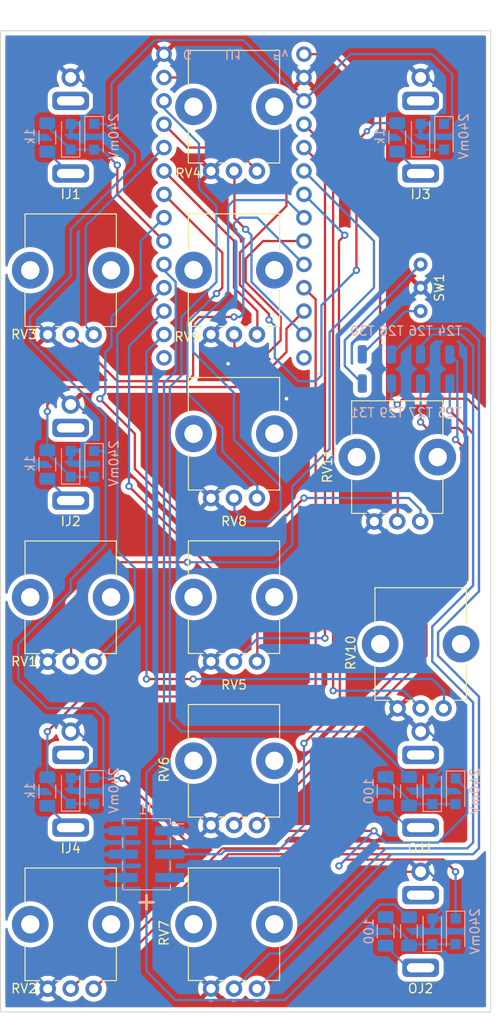
<source format=kicad_pcb>
(kicad_pcb (version 20211014) (generator pcbnew)
  (title_block (comment 4 "AISLER Project ID: QEJWOWTA"))
  (layers (0 "F.Cu" signal) (31 "B.Cu" signal) (34 "B.Paste" user) (35 "F.Paste" user) (36 "B.SilkS" user "B.Silkscreen") (37 "F.SilkS" user "F.Silkscreen") (38 "B.Mask" user) (39 "F.Mask" user) (44 "Edge.Cuts" user))
  (net 0 "")
  (net 1 "/T7")
  (net 2 "GND")
  (net 3 "+3.3V")
  (net 4 "/T15")
  (net 5 "/T16")
  (net 6 "/Attack_Time_Mod_In/Switch")
  (net 7 "Net-(IJ1-PadT)")
  (net 8 "Net-(OD1-Pad1)")
  (net 9 "/Output/Switch")
  (net 10 "Net-(OJ1-PadT)")
  (net 11 "/T1")
  (net 12 "/Decay_Time_Mod_In/Switch")
  (net 13 "/T8")
  (net 14 "/T9")
  (net 15 "/T21")
  (net 16 "/T29")
  (net 17 "/T25")
  (net 18 "/T3")
  (net 19 "/T17")
  (net 20 "/T2")
  (net 21 "/T14")
  (net 22 "/T10")
  (net 23 "/T22")
  (net 24 "/T27")
  (net 25 "/T24")
  (net 26 "/T28")
  (net 27 "/T26")
  (net 28 "/T5")
  (net 29 "/T19")
  (net 30 "/T4")
  (net 31 "/T18")
  (net 32 "/T11")
  (net 33 "/T23")
  (net 34 "/T6")
  (net 37 "/T20")
  (net 38 "+5V")
  (net 39 "/T31")
  (net 40 "/T30")
  (net 41 "/Trigger_In/Switch")
  (net 42 "Net-(IJ2-PadT)")
  (net 43 "/Release_Time_Mod_In/Switch")
  (net 44 "Net-(IJ3-PadT)")
  (net 45 "/Inverted_Output/Switch")
  (net 46 "Net-(IJ4-PadT)")
  (net 47 "Net-(OD3-Pad1)")
  (net 48 "/T0")
  (net 49 "Net-(OJ2-PadT)")
  (footprint "Potentiometer:Bourns_PTV09A-4020UB103" (layer "F.Cu") (at 114.3 88.9)
    (fp_text reference "RV11")
    (fp_text value "Sustain_Offset")
  )
  (footprint "Potentiometer:Bourns_PTV09A-4020UB103" (layer "F.Cu") (at 116.84 109.22)
    (fp_text reference "RV10")
    (fp_text value "Output_Scale")
  )
  (footprint "Potentiometer:Bourns_PTV09A-4020UB103" (layer "F.Cu") (at 78.74 139.7)
    (fp_text reference "RV2")
    (fp_text value "Release_Time_Mod_Scale")
  )
  (footprint "Potentiometer:Bourns_PTV09A-4020UB103" (layer "F.Cu") (at 96.52 121.92)
    (fp_text reference "RV6")
    (fp_text value "Release_Slope")
  )
  (footprint "Perfboard:3.5mm Jack Perfboard" (layer "F.Cu") (at 78.74 45.72)
    (fp_text reference "IJ1")
    (fp_text value "Input")
  )
  (footprint "Perfboard:3.5mm Jack Perfboard" (layer "F.Cu") (at 116.84 116.84)
    (fp_text reference "OJ1")
    (fp_text value "Input")
  )
  (footprint "Potentiometer:Bourns_PTV09A-4025FB103" (layer "F.Cu") (at 96.52 104.14)
    (fp_text reference "RV5")
    (fp_text value "Decay_Time_Offset")
  )
  (footprint "Potentiometer:Bourns_PTV09A-4020UB103" (layer "F.Cu") (at 96.52 86.36)
    (fp_text reference "RV8")
    (fp_text value "Decay_Slope")
  )
  (footprint "Perfboard:3.5mm Jack Perfboard" (layer "F.Cu") (at 78.74 116.84)
    (fp_text reference "IJ4")
    (fp_text value "Input")
  )
  (footprint "Potentiometer:Bourns_PTV09A-4025FB103" (layer "F.Cu") (at 96.52 68.58)
    (fp_text reference "RV9")
    (fp_text value "Attack_Time_Offset")
  )
  (footprint "Perfboard:3.5mm Jack Perfboard" (layer "F.Cu") (at 78.74 81.28)
    (fp_text reference "IJ2")
    (fp_text value "Input")
  )
  (footprint "Potentiometer:Bourns_PTV09A-4025FB103" (layer "F.Cu") (at 96.52 139.7)
    (fp_text reference "RV7")
    (fp_text value "Release_Time_Offset")
  )
  (footprint "Potentiometer:Bourns_PTV09A-4020UB103" (layer "F.Cu") (at 78.74 68.58)
    (fp_text reference "RV3")
    (fp_text value "Attack_Time_Mod_Scale")
  )
  (footprint "Potentiometer:Bourns_PTV09A-4020UB103" (layer "F.Cu") (at 78.74 104.14)
    (fp_text reference "RV1")
    (fp_text value "Decay_Time_Mod_Scale")
  )
  (footprint "Perfboard:3.5mm Jack Perfboard" (layer "F.Cu") (at 116.84 45.72)
    (fp_text reference "IJ3")
    (fp_text value "Input")
  )
  (footprint "Toggle:Miniature SPDT Toggle" (layer "F.Cu") (at 119.38 63.5 90)
    (fp_text reference "SW1")
    (fp_text value "Mode_Switch")
  )
  (footprint "Perfboard:3.5mm Jack Perfboard" (layer "F.Cu") (at 116.84 132.08)
    (fp_text reference "OJ2")
    (fp_text value "Input")
  )
  (footprint "Potentiometer:Bourns_PTV09A-4020UB103" (layer "F.Cu") (at 96.52 50.8)
    (fp_text reference "RV4")
    (fp_text value "Attack_Slope")
  )
  (footprint "Resistor_SMD:R_1206_3216Metric_Pad1.30x1.75mm_HandSolder" (layer "B.Cu") (at 76.2 47.148875 90)
    (fp_text reference "IR1" hide)
    (fp_text value "1k")
  )
  (footprint "Resistor_SMD:R_1206_3216Metric_Pad1.30x1.75mm_HandSolder" (layer "B.Cu") (at 76.2 82.708875 90)
    (fp_text reference "IR2" hide)
    (fp_text value "1k")
  )
  (footprint "Diode_SMD:D_SOD-123F" (layer "B.Cu") (at 118.11 133.48 90)
    (fp_text reference "OD3" hide)
    (fp_text value "240mV" hide)
  )
  (footprint "Diode_SMD:D_SOD-123F" (layer "B.Cu") (at 81.28 82.641875 -90)
    (fp_text reference "ID4" hide)
    (fp_text value "240mV")
  )
  (footprint "Diode_SMD:D_SOD-123F" (layer "B.Cu") (at 78.74 47.081875 90)
    (fp_text reference "ID1" hide)
    (fp_text value "240mV")
  )
  (footprint "Diode_SMD:D_SOD-123F" (layer "B.Cu") (at 78.74 118.201875 90)
    (fp_text reference "ID7" hide)
    (fp_text value "240mV")
  )
  (footprint "Resistor_SMD:R_1206_3216Metric_Pad1.30x1.75mm_HandSolder" (layer "B.Cu") (at 115.57 133.48 90)
    (fp_text reference "OR4" hide)
    (fp_text value "900" hide)
  )
  (footprint "Diode_SMD:D_SOD-123F" (layer "B.Cu") (at 81.28 118.201875 -90)
    (fp_text reference "ID8" hide)
    (fp_text value "240mV")
  )
  (footprint "Diode_SMD:D_SOD-123F" (layer "B.Cu") (at 81.28 47.081875 -90)
    (fp_text reference "ID2" hide)
    (fp_text value "240mV")
  )
  (footprint "Resistor_SMD:R_1206_3216Metric_Pad1.30x1.75mm_HandSolder" (layer "B.Cu") (at 76.2 118.268875 90)
    (fp_text reference "IR4" hide)
    (fp_text value "1k")
  )
  (footprint "Teensy:Teensy 4.0 horizontal" (layer "B.Cu") (at 96.52 35.56)
    (fp_text reference "U1")
    (fp_text value "Teensy4.0")
  )
  (footprint "Resistor_SMD:R_1206_3216Metric_Pad1.30x1.75mm_HandSolder" (layer "B.Cu") (at 113.03 118.24 90)
    (fp_text reference "OR1" hide)
    (fp_text value "100")
  )
  (footprint "Diode_SMD:D_SOD-123F" (layer "B.Cu") (at 120.65 133.48 -90)
    (fp_text reference "OD4" hide)
    (fp_text value "240mV")
  )
  (footprint "Resistor_SMD:R_1206_3216Metric_Pad1.30x1.75mm_HandSolder" (layer "B.Cu") (at 115.57 118.24 90)
    (fp_text reference "OR2" hide)
    (fp_text value "900" hide)
  )
  (footprint "Resistor_SMD:R_1206_3216Metric_Pad1.30x1.75mm_HandSolder" (layer "B.Cu") (at 113.03 133.48 90)
    (fp_text reference "OR3" hide)
    (fp_text value "100")
  )
  (footprint "Teensy:Teensy 4.0 back pins" (layer "B.Cu") (at 114.935 72.39 -90)
    (fp_text reference "U1" hide)
    (fp_text value "Teensy4.0" hide)
  )
  (footprint "Diode_SMD:D_SOD-123F" (layer "B.Cu") (at 118.11 118.24 90)
    (fp_text reference "OD1" hide)
    (fp_text value "240mV" hide)
  )
  (footprint "Diode_SMD:D_SOD-123F" (layer "B.Cu") (at 78.74 82.641875 90)
    (fp_text reference "ID3" hide)
    (fp_text value "240mV")
  )
  (footprint "Diode_SMD:D_SOD-123F" (layer "B.Cu") (at 116.84 47.081875 90)
    (fp_text reference "ID5" hide)
    (fp_text value "240mV")
  )
  (footprint "Diode_SMD:D_SOD-123F" (layer "B.Cu") (at 119.38 47.081875 -90)
    (fp_text reference "ID6" hide)
    (fp_text value "240mV")
  )
  (footprint "Diode_SMD:D_SOD-123F" (layer "B.Cu") (at 120.65 118.24 -90)
    (fp_text reference "OD2" hide)
    (fp_text value "240mV")
  )
  (footprint "Resistor_SMD:R_1206_3216Metric_Pad1.30x1.75mm_HandSolder" (layer "B.Cu") (at 114.3 47.148875 90)
    (fp_text reference "IR3" hide)
    (fp_text value "1k")
  )
  (footprint "Connector_PinHeader_2.54mm:PinHeader_2x03_P2.54mm_Vertical_SMD" (layer "B.Cu") (at 86.995 125.095 180)
    (fp_text reference "J1")
    (fp_text value "Power_Connector_2x3")
  )
  (gr_line (start 71.12 38.1) (end 71.12 35.56) (layer "Edge.Cuts") (width 0.1))
  (gr_line (start 124.46 142.24) (end 71.12 142.24) (layer "Edge.Cuts") (width 0.1))
  (gr_line (start 71.12 142.24) (end 71.12 38.1) (layer "Edge.Cuts") (width 0.1))
  (gr_line (start 124.46 35.56) (end 124.46 142.24) (layer "Edge.Cuts") (width 0.1))
  (gr_line (start 71.12 35.56) (end 124.46 35.56) (layer "Edge.Cuts") (width 0.1))
  (gr_text "+" (at 86.995 130.175) (layer "B.SilkS") (effects (font (size 2 2) (thickness 0.3)) (justify mirror)))
  (segment (start 88.9 58.42) (end 83.82 53.34) (width 0.25) (layer "F.Cu") (net 1))
  (segment (start 83.82 53.34) (end 83.82 50.165) (width 0.25) (layer "F.Cu") (net 1))
  (via (at 83.82 50.165) (size 0.8) (drill 0.4) (layers "F.Cu" "B.Cu") (net 1))
  (segment (start 76.2 45.598875) (end 76.2 45.941875) (width 0.25) (layer "B.Cu") (net 1))
  (segment (start 82.136875 48.481875) (end 81.28 48.481875) (width 0.25) (layer "B.Cu") (net 1))
  (segment (start 76.2 45.941875) (end 78.74 48.481875) (width 0.25) (layer "B.Cu") (net 1))
  (segment (start 78.74 48.481875) (end 81.28 48.481875) (width 0.25) (layer "B.Cu") (net 1))
  (segment (start 83.82 50.165) (end 82.136875 48.481875) (width 0.25) (layer "B.Cu") (net 1))
  (segment (start 116.84 127) (end 115.316 127) (width 0.25) (layer "F.Cu") (net 2))
  (via (at 95.885 71.755) (size 0.8) (drill 0.4) (layers "F.Cu" "B.Cu") (net 2))
  (via (at 102.235 75.565) (size 0.8) (drill 0.4) (layers "F.Cu" "B.Cu") (net 2))
  (segment (start 81.28 77.978) (end 79.502 76.2) (width 0.25) (layer "B.Cu") (net 2))
  (segment (start 118.11 132.08) (end 118.12 132.08) (width 0.25) (layer "B.Cu") (net 2))
  (segment (start 117.74 127) (end 116.84 127) (width 0.25) (layer "B.Cu") (net 2))
  (segment (start 116.84 45.681875) (end 117.64 45.681875) (width 0.25) (layer "B.Cu") (net 2))
  (segment (start 117.74 111.76) (end 116.84 111.76) (width 0.25) (layer "B.Cu") (net 2))
  (segment (start 79.502 111.76) (end 78.74 111.76) (width 0.25) (layer "B.Cu") (net 2))
  (segment (start 81.28 42.418) (end 79.502 40.64) (width 0.25) (layer "B.Cu") (net 2))
  (segment (start 118.12 132.08) (end 119.52 130.68) (width 0.25) (layer "B.Cu") (net 2))
  (segment (start 79.54 81.241875) (end 81.28 79.501875) (width 0.25) (layer "B.Cu") (net 2))
  (segment (start 81.28 79.501875) (end 81.28 77.978) (width 0.25) (layer "B.Cu") (net 2))
  (segment (start 79.502 76.2) (end 78.74 76.2) (width 0.25) (layer "B.Cu") (net 2))
  (segment (start 79.54 45.681875) (end 81.28 43.941875) (width 0.25) (layer "B.Cu") (net 2))
  (segment (start 79.54 116.801875) (end 81.28 115.061875) (width 0.25) (layer "B.Cu") (net 2))
  (segment (start 78.74 81.241875) (end 79.54 81.241875) (width 0.25) (layer "B.Cu") (net 2))
  (segment (start 118.12 116.84) (end 119.52 115.44) (width 0.25) (layer "B.Cu") (net 2))
  (segment (start 81.28 115.061875) (end 81.28 113.538) (width 0.25) (layer "B.Cu") (net 2))
  (segment (start 119.38 43.941875) (end 119.38 42.418) (width 0.25) (layer "B.Cu") (net 2))
  (segment (start 119.38 42.418) (end 117.602 40.64) (width 0.25) (layer "B.Cu") (net 2))
  (segment (start 81.28 43.941875) (end 81.28 42.418) (width 0.25) (layer "B.Cu") (net 2))
  (segment (start 78.74 116.801875) (end 79.54 116.801875) (width 0.25) (layer "B.Cu") (net 2))
  (segment (start 119.52 115.44) (end 119.52 113.54) (width 0.25) (layer "B.Cu") (net 2))
  (segment (start 81.28 113.538) (end 79.502 111.76) (width 0.25) (layer "B.Cu") (net 2))
  (segment (start 118.11 116.84) (end 118.12 116.84) (width 0.25) (layer "B.Cu") (net 2))
  (segment (start 78.74 45.681875) (end 79.54 45.681875) (width 0.25) (layer "B.Cu") (net 2))
  (segment (start 119.52 113.54) (end 117.74 111.76) (width 0.25) (layer "B.Cu") (net 2))
  (segment (start 117.602 40.64) (end 116.84 40.64) (width 0.25) (layer "B.Cu") (net 2))
  (segment (start 79.502 40.64) (end 78.74 40.64) (width 0.25) (layer "B.Cu") (net 2))
  (segment (start 117.64 45.681875) (end 119.38 43.941875) (width 0.25) (layer "B.Cu") (net 2))
  (segment (start 119.52 128.78) (end 117.74 127) (width 0.25) (layer "B.Cu") (net 2))
  (segment (start 119.52 130.68) (end 119.52 128.78) (width 0.25) (layer "B.Cu") (net 2))
  (segment (start 91.44 123.825) (end 100.965 123.825) (width 0.25) (layer "F.Cu") (net 3))
  (segment (start 100.965 123.825) (end 102.235 122.555) (width 0.25) (layer "F.Cu") (net 3))
  (segment (start 119.325 125.675) (end 108.64 125.675) (width 0.25) (layer "F.Cu") (net 3))
  (segment (start 84.455 116.84) (end 91.44 123.825) (width 0.25) (layer "F.Cu") (net 3))
  (segment (start 102.235 122.555) (end 111.76 122.555) (width 0.25) (layer "F.Cu") (net 3))
  (segment (start 108.64 125.675) (end 107.95 126.365) (width 0.25) (layer "F.Cu") (net 3))
  (segment (start 84.328 116.84) (end 84.455 116.84) (width 0.25) (layer "F.Cu") (net 3))
  (segment (start 120.65 127) (end 119.325 125.675) (width 0.25) (layer "F.Cu") (net 3))
  (via (at 111.76 122.555) (size 0.8) (drill 0.4) (layers "F.Cu" "B.Cu") (net 3))
  (via (at 84.328 116.84) (size 0.8) (drill 0.4) (layers "F.Cu" "B.Cu") (net 3))
  (via (at 120.65 127) (size 0.8) (drill 0.4) (layers "F.Cu" "B.Cu") (net 3))
  (via (at 107.95 126.365) (size 0.8) (drill 0.4) (layers "F.Cu" "B.Cu") (net 3))
  (segment (start 120.65 127) (end 120.65 132.08) (width 0.25) (layer "B.Cu") (net 3))
  (segment (start 83.185 41.275) (end 83.185 46.355) (width 0.25) (layer "B.Cu") (net 3))
  (segment (start 82.511875 45.681875) (end 81.28 45.681875) (width 0.25) (layer "B.Cu") (net 3))
  (segment (start 82.511875 81.241875) (end 82.55 81.28) (width 0.25) (layer "B.Cu") (net 3))
  (segment (start 84.289875 116.801875) (end 83.273875 116.801875) (width 0.25) (layer "B.Cu") (net 3))
  (segment (start 83.185 46.355) (end 85.725 48.895) (width 0.25) (layer "B.Cu") (net 3))
  (segment (start 82.296 115.824) (end 83.058 116.586) (width 0.25) (layer "B.Cu") (net 3))
  (segment (start 85.725 50.165) (end 78.74 57.15) (width 0.25) (layer "B.Cu") (net 3))
  (segment (start 82.55 81.534) (end 82.55 91.44) (width 0.25) (layer "B.Cu") (net 3))
  (segment (start 74.295 66.675) (end 74.295 69.215) (width 0.25) (layer "B.Cu") (net 3))
  (segment (start 78.74 62.23) (end 74.295 66.675) (width 0.25) (layer "B.Cu") (net 3))
  (segment (start 74.295 69.215) (end 82.55 77.47) (width 0.25) (layer "B.Cu") (net 3))
  (segment (start 78.74 95.25) (end 78.74 96.52) (width 0.25) (layer "B.Cu") (net 3))
  (segment (start 78.74 57.15) (end 78.74 62.23) (width 0.25) (layer "B.Cu") (net 3))
  (segment (start 121.92 118.11) (end 120.65 116.84) (width 0.25) (layer "B.Cu") (net 3))
  (segment (start 73.025 102.235) (end 73.025 106.045) (width 0.25) (layer "B.Cu") (net 3))
  (segment (start 113.03 123.825) (end 118.745 123.825) (width 0.25) (layer "B.Cu") (net 3))
  (segment (start 82.257875 81.241875) (end 82.511875 81.241875) (width 0.25) (layer "B.Cu") (net 3))
  (segment (start 82.842125 116.801875) (end 81.28 116.801875) (width 0.25) (layer "B.Cu") (net 3))
  (segment (start 97.536 36.576) (end 87.884 36.576) (width 0.25) (layer "B.Cu") (net 3))
  (segment (start 104.14 43.18) (end 97.536 36.576) (width 0.25) (layer "B.Cu") (net 3))
  (segment (start 82.55 81.534) (end 82.257875 81.241875) (width 0.25) (layer "B.Cu") (net 3))
  (segment (start 73.025 106.045) (end 76.2 109.22) (width 0.25) (layer "B.Cu") (net 3))
  (segment (start 82.257875 81.241875) (end 82.334125 81.241875) (width 0.25) (layer "B.Cu") (net 3))
  (segment (start 83.185 46.355) (end 82.511875 45.681875) (width 0.25) (layer "B.Cu") (net 3))
  (segment (start 118.745 123.825) (end 121.92 120.65) (width 0.25) (layer "B.Cu") (net 3))
  (segment (start 82.296 110.236) (end 82.296 115.824) (width 0.25) (layer "B.Cu") (net 3))
  (segment (start 121.92 120.65) (end 121.92 118.11) (width 0.25) (layer "B.Cu") (net 3))
  (segment (start 85.725 48.895) (end 85.725 50.165) (width 0.25) (layer "B.Cu") (net 3))
  (segment (start 81.28 81.241875) (end 82.257875 81.241875) (width 0.25) (layer "B.Cu") (net 3))
  (segment (start 83.058 116.586) (end 83.273875 116.801875) (width 0.25) (layer "B.Cu") (net 3))
  (segment (start 111.76 122.555) (end 113.03 123.825) (width 0.25) (layer "B.Cu") (net 3))
  (segment (start 84.328 116.84) (end 84.289875 116.801875) (width 0.25) (layer "B.Cu") (net 3))
  (segment (start 109.22 38.1) (end 104.14 43.18) (width 0.25) (layer "B.Cu") (net 3))
  (segment (start 87.884 36.576) (end 83.185 41.275) (width 0.25) (layer "B.Cu") (net 3))
  (segment (start 118.11 38.1) (end 109.22 38.1) (width 0.25) (layer "B.Cu") (net 3))
  (segment (start 120.269 40.259) (end 118.11 38.1) (width 0.25) (layer "B.Cu") (net 3))
  (segment (start 119.38 45.681875) (end 119.418125 45.681875) (width 0.25) (layer "B.Cu") (net 3))
  (segment (start 78.74 96.52) (end 73.025 102.235) (width 0.25) (layer "B.Cu") (net 3))
  (segment (start 83.273875 116.801875) (end 82.842125 116.801875) (width 0.25) (layer "B.Cu") (net 3))
  (segment (start 82.55 81.026) (end 82.55 81.28) (width 0.25) (layer "B.Cu") (net 3))
  (segment (start 82.55 77.47) (end 82.55 81.026) (width 0.25) (layer "B.Cu") (net 3))
  (segment (start 81.28 109.22) (end 82.296 110.236) (width 0.25) (layer "B.Cu") (net 3))
  (segment (start 82.334125 81.241875) (end 82.55 81.026) (width 0.25) (layer "B.Cu") (net 3))
  (segment (start 111.76 122.555) (end 107.95 126.365) (width 0.25) (layer "B.Cu") (net 3))
  (segment (start 119.418125 45.681875) (end 120.269 44.831) (width 0.25) (layer "B.Cu") (net 3))
  (segment (start 82.55 81.28) (end 82.55 81.534) (width 0.25) (layer "B.Cu") (net 3))
  (segment (start 82.55 91.44) (end 78.74 95.25) (width 0.25) (layer "B.Cu") (net 3))
  (segment (start 76.2 109.22) (end 81.28 109.22) (width 0.25) (layer "B.Cu") (net 3))
  (segment (start 83.058 116.586) (end 82.842125 116.801875) (width 0.25) (layer "B.Cu") (net 3))
  (segment (start 120.269 44.831) (end 120.269 40.259) (width 0.25) (layer "B.Cu") (net 3))
  (segment (start 76.2 76.2) (end 78.105 74.295) (width 0.25) (layer "F.Cu") (net 4))
  (segment (start 102.235 67.945) (end 104.14 66.04) (width 0.25) (layer "F.Cu") (net 4))
  (segment (start 76.2 76.952167) (end 76.2 76.2) (width 0.25) (layer "F.Cu") (net 4))
  (segment (start 98.425001 74.295) (end 102.235 70.485001) (width 0.25) (layer "F.Cu") (net 4))
  (segment (start 78.105 74.295) (end 98.425001 74.295) (width 0.25) (layer "F.Cu") (net 4))
  (segment (start 102.235 70.485001) (end 102.235 67.945) (width 0.25) (layer "F.Cu") (net 4))
  (via (at 76.2 76.952167) (size 0.8) (drill 0.4) (layers "F.Cu" "B.Cu") (net 4))
  (segment (start 76.2 76.952167) (end 76.2 81.158875) (width 0.25) (layer "B.Cu") (net 4))
  (segment (start 76.2 81.158875) (end 76.2 81.501875) (width 0.25) (layer "B.Cu") (net 4))
  (segment (start 78.74 84.041875) (end 81.28 84.041875) (width 0.25) (layer "B.Cu") (net 4))
  (segment (start 76.2 81.501875) (end 78.74 84.041875) (width 0.25) (layer "B.Cu") (net 4))
  (segment (start 105.41 106.68) (end 105.41 64.77) (width 0.25) (layer "F.Cu") (net 5))
  (segment (start 76.2 111.76) (end 80.01 107.95) (width 0.25) (layer "F.Cu") (net 5))
  (segment (start 80.01 107.95) (end 104.14 107.95) (width 0.25) (layer "F.Cu") (net 5))
  (segment (start 105.41 64.77) (end 104.14 63.5) (width 0.25) (layer "F.Cu") (net 5))
  (segment (start 104.14 107.95) (end 105.41 106.68) (width 0.25) (layer "F.Cu") (net 5))
  (via (at 76.2 111.76) (size 0.8) (drill 0.4) (layers "F.Cu" "B.Cu") (net 5))
  (segment (start 76.2 111.76) (end 76.2 116.718875) (width 0.25) (layer "B.Cu") (net 5))
  (segment (start 76.2 116.718875) (end 76.2 117.061875) (width 0.25) (layer "B.Cu") (net 5))
  (segment (start 76.2 117.061875) (end 78.74 119.601875) (width 0.25) (layer "B.Cu") (net 5))
  (segment (start 78.74 119.601875) (end 81.28 119.601875) (width 0.25) (layer "B.Cu") (net 5))
  (segment (start 78.581125 51.08) (end 78.74 51.08) (width 0.25) (layer "B.Cu") (net 7))
  (segment (start 76.2 48.698875) (end 78.581125 51.08) (width 0.25) (layer "B.Cu") (net 7))
  (segment (start 115.57 119.23) (end 115.57 119.79) (width 0.25) (layer "B.Cu") (net 8))
  (segment (start 115.57 119.79) (end 115.72 119.64) (width 0.25) (layer "B.Cu") (net 8))
  (segment (start 118.11 119.64) (end 120.65 119.64) (width 0.25) (layer "B.Cu") (net 8))
  (segment (start 113.03 116.69) (end 115.57 119.23) (width 0.25) (layer "B.Cu") (net 8))
  (segment (start 115.72 119.64) (end 118.11 119.64) (width 0.25) (layer "B.Cu") (net 8))
  (segment (start 115.44 122.2) (end 116.84 122.2) (width 0.2) (layer "B.Cu") (net 10))
  (segment (start 113.03 119.79) (end 115.44 122.2) (width 0.2) (layer "B.Cu") (net 10))
  (segment (start 110.64 111.76) (end 90.805 111.76) (width 0.25) (layer "B.Cu") (net 11))
  (segment (start 90.805 73.025) (end 90.805 66.675) (width 0.25) (layer "B.Cu") (net 11))
  (segment (start 92.71 47.812602) (end 88.9 44.002602) (width 0.25) (layer "B.Cu") (net 11))
  (segment (start 92.71 52.705) (end 92.71 47.812602) (width 0.25) (layer "B.Cu") (net 11))
  (segment (start 90.805 66.675) (end 94.615 62.865) (width 0.25) (layer "B.Cu") (net 11))
  (segment (start 90.805 111.76) (end 89.535 110.49) (width 0.25) (layer "B.Cu") (net 11))
  (segment (start 115.57 116.69) (end 110.64 111.76) (width 0.25) (layer "B.Cu") (net 11))
  (segment (start 94.615 62.865) (end 94.615 54.61) (width 0.25) (layer "B.Cu") (net 11))
  (segment (start 89.535 74.295) (end 90.805 73.025) (width 0.25) (layer "B.Cu") (net 11))
  (segment (start 89.535 110.49) (end 89.535 74.295) (width 0.25) (layer "B.Cu") (net 11))
  (segment (start 88.9 44.002602) (end 88.9 43.18) (width 0.25) (layer "B.Cu") (net 11))
  (segment (start 94.615 54.61) (end 92.71 52.705) (width 0.25) (layer "B.Cu") (net 11))
  (segment (start 88.9 61.595) (end 88.9 60.96) (width 0.25) (layer "B.Cu") (net 13))
  (segment (start 115.42 131.93) (end 114.046 130.556) (width 0.25) (layer "B.Cu") (net 13))
  (segment (start 90.17 62.865) (end 88.9 61.595) (width 0.25) (layer "B.Cu") (net 13))
  (segment (start 102.051827 140.94) (end 90.14 140.94) (width 0.25) (layer "B.Cu") (net 13))
  (segment (start 86.995 116.205) (end 88.9 114.3) (width 0.25) (layer "B.Cu") (net 13))
  (segment (start 90.17 72.585851) (end 90.17 62.865) (width 0.25) (layer "B.Cu") (net 13))
  (segment (start 115.57 131.93) (end 115.42 131.93) (width 0.25) (layer "B.Cu") (net 13))
  (segment (start 88.9 73.855851) (end 90.17 72.585851) (width 0.25) (layer "B.Cu") (net 13))
  (segment (start 114.046 130.556) (end 112.435827 130.556) (width 0.25) (layer "B.Cu") (net 13))
  (segment (start 112.435827 130.556) (end 102.051827 140.94) (width 0.25) (layer "B.Cu") (net 13))
  (segment (start 86.995 137.795) (end 86.995 116.205) (width 0.25) (layer "B.Cu") (net 13))
  (segment (start 90.14 140.94) (end 86.995 137.795) (width 0.25) (layer "B.Cu") (net 13))
  (segment (start 88.9 114.3) (end 88.9 73.855851) (width 0.25) (layer "B.Cu") (net 13))
  (segment (start 83.82 68.58) (end 85.725 66.675) (width 0.25) (layer "B.Cu") (net 14))
  (segment (start 81.285 104.155) (end 85.725 99.715) (width 0.25) (layer "B.Cu") (net 14))
  (segment (start 85.725 99.715) (end 85.725 93.98) (width 0.25) (layer "B.Cu") (net 14))
  (segment (start 85.725 66.675) (end 88.9 63.5) (width 0.25) (layer "B.Cu") (net 14))
  (segment (start 83.82 92.075) (end 83.82 68.58) (width 0.25) (layer "B.Cu") (net 14))
  (segment (start 85.725 93.98) (end 83.82 92.075) (width 0.25) (layer "B.Cu") (net 14))
  (segment (start 83.185 93.345) (end 78.785 97.745) (width 0.25) (layer "F.Cu") (net 15))
  (segment (start 91.44 93.345) (end 83.185 93.345) (width 0.25) (layer "F.Cu") (net 15))
  (segment (start 78.785 97.745) (end 78.785 104.155) (width 0.25) (layer "F.Cu") (net 15))
  (via (at 91.44 93.345) (size 0.8) (drill 0.4) (layers "F.Cu" "B.Cu") (net 15))
  (segment (start 106.934 68.317444) (end 106.934 81.026) (width 0.25) (layer "B.Cu") (net 15))
  (segment (start 111.76 63.491444) (end 106.934 68.317444) (width 0.25) (layer "B.Cu") (net 15))
  (segment (start 104.14 50.8) (end 111.76 58.42) (width 0.25) (layer "B.Cu") (net 15))
  (segment (start 106.934 81.026) (end 102.87 85.09) (width 0.25) (layer "B.Cu") (net 15))
  (segment (start 100.965 93.345) (end 91.44 93.345) (width 0.25) (layer "B.Cu") (net 15))
  (segment (start 102.87 85.09) (end 102.87 91.44) (width 0.25) (layer "B.Cu") (net 15))
  (segment (start 111.76 58.42) (end 111.76 63.491444) (width 0.25) (layer "B.Cu") (net 15))
  (segment (start 102.87 91.44) (end 100.965 93.345) (width 0.25) (layer "B.Cu") (net 15))
  (segment (start 118.745 103.505) (end 123.19 107.95) (width 0.25) (layer "F.Cu") (net 16))
  (segment (start 123.19 124.46) (end 122.555 125.095) (width 0.25) (layer "F.Cu") (net 16))
  (segment (start 121.92 75.565) (end 123.19 76.835) (width 0.25) (layer "F.Cu") (net 16))
  (segment (start 95.905 125.095) (end 81.285 139.715) (width 0.25) (layer "F.Cu") (net 16))
  (segment (start 118.745 100.965) (end 118.745 103.505) (width 0.25) (layer "F.Cu") (net 16))
  (segment (start 123.19 76.835) (end 123.19 96.52) (width 0.25) (layer "F.Cu") (net 16))
  (segment (start 122.555 125.095) (end 95.905 125.095) (width 0.25) (layer "F.Cu") (net 16))
  (segment (start 123.19 96.52) (end 118.745 100.965) (width 0.25) (layer "F.Cu") (net 16))
  (segment (start 123.19 107.95) (end 123.19 124.46) (width 0.25) (layer "F.Cu") (net 16))
  (segment (start 114.935 75.565) (end 121.92 75.565) (width 0.25) (layer "F.Cu") (net 16))
  (segment (start 114.3 76.2) (end 114.935 75.565) (width 0.25) (layer "F.Cu") (net 16))
  (via (at 114.3 76.2) (size 0.8) (drill 0.4) (layers "F.Cu" "B.Cu") (net 16))
  (segment (start 114.3 76.2) (end 113.665 75.565) (width 0.25) (layer "B.Cu") (net 16))
  (segment (start 113.665 75.565) (end 113.665 73.914) (width 0.25) (layer "B.Cu") (net 16))
  (segment (start 78.785 139.715) (end 82.61 135.89) (width 0.25) (layer "F.Cu") (net 17))
  (segment (start 122.555 95.885) (end 122.555 79.375) (width 0.25) (layer "F.Cu") (net 17))
  (segment (start 122.555 95.885) (end 118.11 100.33) (width 0.25) (layer "F.Cu") (net 17))
  (segment (start 122.555 108.585) (end 122.555 123.825) (width 0.25) (layer "F.Cu") (net 17))
  (segment (start 118.11 100.33) (end 118.11 104.14) (width 0.25) (layer "F.Cu") (net 17))
  (segment (start 83.82 135.89) (end 95.25 124.46) (width 0.25) (layer "F.Cu") (net 17))
  (segment (start 122.555 79.375) (end 120.015 76.835) (width 0.25) (layer "F.Cu") (net 17))
  (segment (start 118.11 104.14) (end 122.555 108.585) (width 0.25) (layer "F.Cu") (net 17))
  (segment (start 82.61 135.89) (end 83.82 135.89) (width 0.25) (layer "F.Cu") (net 17))
  (segment (start 121.92 124.46) (end 95.25 124.46) (width 0.25) (layer "F.Cu") (net 17))
  (segment (start 122.555 123.825) (end 121.92 124.46) (width 0.25) (layer "F.Cu") (net 17))
  (via (at 120.015 76.835) (size 0.8) (drill 0.4) (layers "F.Cu" "B.Cu") (net 17))
  (segment (start 120.015 76.835) (end 120.015 73.914) (width 0.25) (layer "B.Cu") (net 17))
  (segment (start 80.385 56.775) (end 88.9 48.26) (width 0.25) (layer "B.Cu") (net 18))
  (segment (start 80.385 67.695) (end 80.385 56.775) (width 0.25) (layer "B.Cu") (net 18))
  (segment (start 81.285 68.595) (end 80.385 67.695) (width 0.25) (layer "B.Cu") (net 18))
  (segment (start 82.485 72.325) (end 83.82 73.66) (width 0.25) (layer "F.Cu") (net 19))
  (segment (start 92.075 73.025) (end 92.075 67.31) (width 0.25) (layer "F.Cu") (net 19))
  (segment (start 91.44 73.66) (end 92.075 73.025) (width 0.25) (layer "F.Cu") (net 19))
  (segment (start 83.82 73.66) (end 91.44 73.66) (width 0.25) (layer "F.Cu") (net 19))
  (segment (start 78.785 68.595) (end 82.485 72.295) (width 0.25) (layer "F.Cu") (net 19))
  (segment (start 96.52 66.675) (end 92.71 66.675) (width 0.25) (layer "F.Cu") (net 19))
  (segment (start 92.71 66.675) (end 92.075 67.31) (width 0.25) (layer "F.Cu") (net 19))
  (segment (start 82.485 72.295) (end 82.485 72.325) (width 0.25) (layer "F.Cu") (net 19))
  (via (at 96.52 66.675) (size 0.8) (drill 0.4) (layers "F.Cu" "B.Cu") (net 19))
  (segment (start 96.52 66.675) (end 97.155 66.675) (width 0.25) (layer "B.Cu") (net 19))
  (segment (start 97.536 66.294) (end 97.536 58.166) (width 0.25) (layer "B.Cu") (net 19))
  (segment (start 96.52 56.515) (end 97.155 55.88) (width 0.25) (layer "B.Cu") (net 19))
  (segment (start 99.06 55.88) (end 104.14 60.96) (width 0.25) (layer "B.Cu") (net 19))
  (segment (start 96.52 57.15) (end 96.52 56.515) (width 0.25) (layer "B.Cu") (net 19))
  (segment (start 97.155 55.88) (end 99.06 55.88) (width 0.25) (layer "B.Cu") (net 19))
  (segment (start 97.155 66.675) (end 97.536 66.294) (width 0.25) (layer "B.Cu") (net 19))
  (segment (start 97.536 58.166) (end 96.52 57.15) (width 0.25) (layer "B.Cu") (net 19))
  (segment (start 99.065 50.815) (end 96.52 48.27) (width 0.25) (layer "F.Cu") (net 20))
  (segment (start 96.52 48.26) (end 91.44 48.26) (width 0.25) (layer "F.Cu") (net 20))
  (segment (start 96.52 48.27) (end 96.52 48.26) (width 0.25) (layer "F.Cu") (net 20))
  (segment (start 91.44 48.26) (end 88.9 45.72) (width 0.25) (layer "F.Cu") (net 20))
  (segment (start 96.565 50.815) (end 96.565 55.925) (width 0.25) (layer "F.Cu") (net 21))
  (segment (start 96.565 55.925) (end 97.79 57.15) (width 0.25) (layer "F.Cu") (net 21))
  (via (at 97.79 57.15) (size 0.8) (drill 0.4) (layers "F.Cu" "B.Cu") (net 21))
  (segment (start 98.425 57.785) (end 98.425 62.865) (width 0.25) (layer "B.Cu") (net 21))
  (segment (start 98.425 62.865) (end 104.14 68.58) (width 0.25) (layer "B.Cu") (net 21))
  (segment (start 97.79 57.15) (end 98.425 57.785) (width 0.25) (layer "B.Cu") (net 21))
  (segment (start 99.065 104.155) (end 99.065 99.065) (width 0.25) (layer "F.Cu") (net 22))
  (segment (start 85.09 85.09) (end 99.065 99.065) (width 0.25) (layer "F.Cu") (net 22))
  (via (at 85.09 85.09) (size 0.8) (drill 0.4) (layers "F.Cu" "B.Cu") (net 22))
  (segment (start 85.09 69.85) (end 88.9 66.04) (width 0.25) (layer "B.Cu") (net 22))
  (segment (start 85.09 85.09) (end 85.09 69.85) (width 0.25) (layer "B.Cu") (net 22))
  (segment (start 106.426 50.546) (end 104.14 48.26) (width 0.25) (layer "F.Cu") (net 23))
  (segment (start 106.426 101.6) (end 106.426 50.546) (width 0.25) (layer "F.Cu") (net 23))
  (via (at 106.426 101.6) (size 0.8) (drill 0.4) (layers "F.Cu" "B.Cu") (net 23))
  (segment (start 96.565 104.155) (end 99.12 101.6) (width 0.25) (layer "B.Cu") (net 23))
  (segment (start 106.045 101.6) (end 106.426 101.6) (width 0.25) (layer "B.Cu") (net 23))
  (segment (start 99.12 101.6) (end 106.045 101.6) (width 0.25) (layer "B.Cu") (net 23))
  (segment (start 121.92 95.25) (end 117.475 99.695) (width 0.25) (layer "F.Cu") (net 24))
  (segment (start 117.475 103.525) (end 99.065 121.935) (width 0.25) (layer "F.Cu") (net 24))
  (segment (start 117.475 78.74) (end 120.969595 78.74) (width 0.25) (layer "F.Cu") (net 24))
  (segment (start 121.92 79.690405) (end 121.92 95.25) (width 0.25) (layer "F.Cu") (net 24))
  (segment (start 116.84 78.105) (end 117.475 78.74) (width 0.25) (layer "F.Cu") (net 24))
  (segment (start 120.969595 78.74) (end 121.92 79.690405) (width 0.25) (layer "F.Cu") (net 24))
  (segment (start 117.475 99.695) (end 117.475 103.525) (width 0.25) (layer "F.Cu") (net 24))
  (via (at 116.84 78.105) (size 0.8) (drill 0.4) (layers "F.Cu" "B.Cu") (net 24))
  (segment (start 116.84 78.105) (end 116.84 73.914) (width 0.25) (layer "B.Cu") (net 24))
  (segment (start 116.84 99.06) (end 116.84 102.87) (width 0.25) (layer "F.Cu") (net 25))
  (segment (start 120.65 80.01) (end 121.285 80.645) (width 0.25) (layer "F.Cu") (net 25))
  (segment (start 99.568 120.142) (end 98.358 120.142) (width 0.25) (layer "F.Cu") (net 25))
  (segment (start 98.358 120.142) (end 96.565 121.935) (width 0.25) (layer "F.Cu") (net 25))
  (segment (start 121.285 94.615) (end 116.84 99.06) (width 0.25) (layer "F.Cu") (net 25))
  (segment (start 116.84 102.87) (end 99.568 120.142) (width 0.25) (layer "F.Cu") (net 25))
  (segment (start 121.285 80.645) (end 121.285 94.615) (width 0.25) (layer "F.Cu") (net 25))
  (via (at 120.65 80.01) (size 0.8) (drill 0.4) (layers "F.Cu" "B.Cu") (net 25))
  (segment (start 120.65 80.01) (end 120.84 79.82) (width 0.25) (layer "B.Cu") (net 25))
  (segment (start 120.84 71.564) (end 120.015 70.739) (width 0.25) (layer "B.Cu") (net 25))
  (segment (start 120.84 79.82) (end 120.84 71.564) (width 0.25) (layer "B.Cu") (net 25))
  (segment (start 111.76 127.02) (end 111.76 127) (width 0.25) (layer "B.Cu") (net 26))
  (segment (start 116.459 67.945) (end 113.665 70.739) (width 0.25) (layer "B.Cu") (net 26))
  (segment (start 123.19 96.52) (end 123.19 69.215) (width 0.25) (layer "B.Cu") (net 26))
  (segment (start 118.745 103.505) (end 118.745 100.965) (width 0.25) (layer "B.Cu") (net 26))
  (segment (start 122.555 125.095) (end 123.19 124.46) (width 0.25) (layer "B.Cu") (net 26))
  (segment (start 123.19 69.215) (end 121.92 67.945) (width 0.25) (layer "B.Cu") (net 26))
  (segment (start 113.665 125.095) (end 122.555 125.095) (width 0.25) (layer "B.Cu") (net 26))
  (segment (start 111.76 127) (end 113.665 125.095) (width 0.25) (layer "B.Cu") (net 26))
  (segment (start 121.92 67.945) (end 116.459 67.945) (width 0.25) (layer "B.Cu") (net 26))
  (segment (start 123.19 107.95) (end 118.745 103.505) (width 0.25) (layer "B.Cu") (net 26))
  (segment (start 118.745 100.965) (end 123.19 96.52) (width 0.25) (layer "B.Cu") (net 26))
  (segment (start 99.065 139.715) (end 111.76 127.02) (width 0.25) (layer "B.Cu") (net 26))
  (segment (start 123.19 124.46) (end 123.19 107.95) (width 0.25) (layer "B.Cu") (net 26))
  (segment (start 122.555 123.825) (end 122.555 108.585) (width 0.25) (layer "B.Cu") (net 27))
  (segment (start 118.11 104.14) (end 118.11 100.33) (width 0.25) (layer "B.Cu") (net 27))
  (segment (start 121.285 68.58) (end 118.11 68.58) (width 0.25) (layer "B.Cu") (net 27))
  (segment (start 101.6 135.89) (end 113.03 124.46) (width 0.25) (layer "B.Cu") (net 27))
  (segment (start 122.555 69.85) (end 121.285 68.58) (width 0.25) (layer "B.Cu") (net 27))
  (segment (start 122.555 95.885) (end 122.555 69.85) (width 0.25) (layer "B.Cu") (net 27))
  (segment (start 122.555 108.585) (end 118.11 104.14) (width 0.25) (layer "B.Cu") (net 27))
  (segment (start 100.39 135.89) (end 101.6 135.89) (width 0.25) (layer "B.Cu") (net 27))
  (segment (start 121.92 124.46) (end 122.555 123.825) (width 0.25) (layer "B.Cu") (net 27))
  (segment (start 118.11 100.33) (end 122.555 95.885) (width 0.25) (layer "B.Cu") (net 27))
  (segment (start 96.565 139.715) (end 100.39 135.89) (width 0.25) (layer "B.Cu") (net 27))
  (segment (start 116.84 69.85) (end 116.84 70.739) (width 0.25) (layer "B.Cu") (net 27))
  (segment (start 118.11 68.58) (end 116.84 69.85) (width 0.25) (layer "B.Cu") (net 27))
  (segment (start 113.03 124.46) (end 121.92 124.46) (width 0.25) (layer "B.Cu") (net 27))
  (segment (start 95.25 63.5) (end 95.25 59.69) (width 0.25) (layer "F.Cu") (net 28))
  (segment (start 95.25 59.69) (end 88.9 53.34) (width 0.25) (layer "F.Cu") (net 28))
  (segment (start 94.615 64.135) (end 95.25 63.5) (width 0.25) (layer "F.Cu") (net 28))
  (via (at 94.615 64.135) (size 0.8) (drill 0.4) (layers "F.Cu" "B.Cu") (net 28))
  (segment (start 91.44 67.31) (end 91.44 74.93) (width 0.25) (layer "B.Cu") (net 28))
  (segment (start 95.25 78.74) (end 95.25 81.28) (width 0.25) (layer "B.Cu") (net 28))
  (segment (start 95.25 81.28) (end 99.065 85.095) (width 0.25) (layer "B.Cu") (net 28))
  (segment (start 94.615 64.135) (end 91.44 67.31) (width 0.25) (layer "B.Cu") (net 28))
  (segment (start 99.065 85.095) (end 99.065 86.375) (width 0.25) (layer "B.Cu") (net 28))
  (segment (start 91.44 74.93) (end 95.25 78.74) (width 0.25) (layer "B.Cu") (net 28))
  (segment (start 101.6 85.09) (end 96.52 80.01) (width 0.25) (layer "B.Cu") (net 29))
  (segment (start 92.075 70.485) (end 92.075 67.945) (width 0.25) (layer "B.Cu") (net 29))
  (segment (start 96.52 80.01) (end 96.52 74.93) (width 0.25) (layer "B.Cu") (net 29))
  (segment (start 100.33 88.9) (end 101.6 87.63) (width 0.25) (layer "B.Cu") (net 29))
  (segment (start 92.075 67.945) (end 95.885 64.135) (width 0.25) (layer "B.Cu") (net 29))
  (segment (start 96.52 53.975) (end 102.235 53.975) (width 0.25) (layer "B.Cu") (net 29))
  (segment (start 96.565 86.375) (end 96.565 87.675) (width 0.25) (layer "B.Cu") (net 29))
  (segment (start 95.885 64.135) (end 95.885 54.61) (width 0.25) (layer "B.Cu") (net 29))
  (segment (start 96.565 87.675) (end 97.79 88.9) (width 0.25) (layer "B.Cu") (net 29))
  (segment (start 96.52 74.93) (end 92.075 70.485) (width 0.25) (layer "B.Cu") (net 29))
  (segment (start 101.6 87.63) (end 101.6 85.09) (width 0.25) (layer "B.Cu") (net 29))
  (segment (start 102.235 53.975) (end 104.14 55.88) (width 0.25) (layer "B.Cu") (net 29))
  (segment (start 97.79 88.9) (end 100.33 88.9) (width 0.25) (layer "B.Cu") (net 29))
  (segment (start 95.885 54.61) (end 96.52 53.975) (width 0.25) (layer "B.Cu") (net 29))
  (segment (start 96.52 63.5) (end 96.52 58.42) (width 0.25) (layer "F.Cu") (net 30))
  (segment (start 99.065 66.045) (end 96.52 63.5) (width 0.25) (layer "F.Cu") (net 30))
  (segment (start 96.52 58.42) (end 88.9 50.8) (width 0.25) (layer "F.Cu") (net 30))
  (segment (start 99.065 68.595) (end 99.065 66.045) (width 0.25) (layer "F.Cu") (net 30))
  (segment (start 99.695 58.42) (end 97.79 60.325) (width 0.25) (layer "F.Cu") (net 31))
  (segment (start 96.565 69.895) (end 96.565 68.595) (width 0.25) (layer "F.Cu") (net 31))
  (segment (start 97.79 62.865) (end 101.6 66.675) (width 0.25) (layer "F.Cu") (net 31))
  (segment (start 97.79 60.325) (end 97.79 62.865) (width 0.25) (layer "F.Cu") (net 31))
  (segment (start 101.6 69.215) (end 100.33 70.485) (width 0.25) (layer "F.Cu") (net 31))
  (segment (start 101.6 66.675) (end 101.6 69.215) (width 0.25) (layer "F.Cu") (net 31))
  (segment (start 97.155 70.485) (end 96.565 69.895) (width 0.25) (layer "F.Cu") (net 31))
  (segment (start 100.33 70.485) (end 97.155 70.485) (width 0.25) (layer "F.Cu") (net 31))
  (segment (start 104.14 58.42) (end 99.695 58.42) (width 0.25) (layer "F.Cu") (net 31))
  (segment (start 92.075 106.045) (end 86.995 106.045) (width 0.25) (layer "F.Cu") (net 32))
  (via (at 86.995 106.045) (size 0.8) (drill 0.4) (layers "F.Cu" "B.Cu") (net 32))
  (via (at 92.075 106.045) (size 0.8) (drill 0.4) (layers "F.Cu" "B.Cu") (net 32))
  (segment (start 118.11 106.045) (end 92.075 106.045) (width 0.25) (layer "B.Cu") (net 32))
  (segment (start 86.995 106.045) (end 86.995 70.485) (width 0.25) (layer "B.Cu") (net 32))
  (segment (start 86.995 70.485) (end 88.9 68.58) (width 0.25) (layer "B.Cu") (net 32))
  (segment (start 119.385 109.235) (end 119.385 107.32) (width 0.25) (layer "B.Cu") (net 32))
  (segment (start 119.385 107.32) (end 118.11 106.045) (width 0.25) (layer "B.Cu") (net 32))
  (segment (start 107.315 48.895) (end 104.14 45.72) (width 0.25) (layer "F.Cu") (net 33))
  (segment (start 107.315 107.315) (end 107.315 48.895) (width 0.25) (layer "F.Cu") (net 33))
  (via (at 107.315 107.315) (size 0.8) (drill 0.4) (layers "F.Cu" "B.Cu") (net 33))
  (segment (start 107.315 107.315) (end 114.965 107.315) (width 0.25) (layer "B.Cu") (net 33))
  (segment (start 114.965 107.315) (end 116.885 109.235) (width 0.25) (layer "B.Cu") (net 33))
  (segment (start 104.14 86.36) (end 100.33 90.17) (width 0.25) (layer "F.Cu") (net 34))
  (segment (start 100.33 90.17) (end 92.71 90.17) (width 0.25) (layer "F.Cu") (net 34))
  (segment (start 85.725 83.185) (end 85.725 81.28) (width 0.25) (layer "F.Cu") (net 34))
  (segment (start 85.725 79.375) (end 81.915 75.565) (width 0.25) (layer "F.Cu") (net 34))
  (segment (start 85.725 81.28) (end 85.725 79.375) (width 0.25) (layer "F.Cu") (net 34))
  (segment (start 92.71 90.17) (end 85.725 83.185) (width 0.25) (layer "F.Cu") (net 34))
  (via (at 104.14 86.36) (size 0.8) (drill 0.4) (layers "F.Cu" "B.Cu") (net 34))
  (via (at 81.915 75.565) (size 0.8) (drill 0.4) (layers "F.Cu" "B.Cu") (net 34))
  (segment (start 116.845 88.915) (end 116.845 87.635) (width 0.25) (layer "B.Cu") (net 34))
  (segment (start 86.36 63.5) (end 86.36 58.42) (width 0.25) (layer "B.Cu") (net 34))
  (segment (start 83.185 69.85) (end 83.185 66.675) (width 0.25) (layer "B.Cu") (net 34))
  (segment (start 83.185 66.675) (end 86.36 63.5) (width 0.25) (layer "B.Cu") (net 34))
  (segment (start 82.51 74.97) (end 82.51 70.525) (width 0.25) (layer "B.Cu") (net 34))
  (segment (start 116.845 87.635) (end 115.57 86.36) (width 0.25) (layer "B.Cu") (net 34))
  (segment (start 82.51 70.525) (end 83.185 69.85) (width 0.25) (layer "B.Cu") (net 34))
  (segment (start 86.36 58.42) (end 88.9 55.88) (width 0.25) (layer "B.Cu") (net 34))
  (segment (start 81.915 75.565) (end 82.51 74.97) (width 0.25) (layer "B.Cu") (net 34))
  (segment (start 115.57 86.36) (end 104.14 86.36) (width 0.25) (layer "B.Cu") (net 34))
  (segment (start 107.95 58.42) (end 108.585 57.785) (width 0.25) (layer "F.Cu") (net 37))
  (segment (start 114.345 88.915) (end 114.345 81.325) (width 0.25) (layer "F.Cu") (net 37))
  (segment (start 107.95 74.93) (end 107.95 58.42) (width 0.25) (layer "F.Cu") (net 37))
  (segment (start 114.345 81.325) (end 107.95 74.93) (width 0.25) (layer "F.Cu") (net 37))
  (via (at 108.585 57.785) (size 0.8) (drill 0.4) (layers "F.Cu" "B.Cu") (net 37))
  (segment (start 107.95 57.15) (end 108.585 57.785) (width 0.25) (layer "B.Cu") (net 37))
  (segment (start 107.95 57.15) (end 104.14 53.34) (width 0.25) (layer "B.Cu") (net 37))
  (segment (start 112.435 43.22) (end 107.315 38.1) (width 0.25) (layer "F.Cu") (net 38))
  (segment (start 108.04 109.13) (end 108.04 100.24) (width 0.25) (layer "F.Cu") (net 38))
  (segment (start 115.57 83.185) (end 115.57 80.01) (width 0.25) (layer "F.Cu") (net 38))
  (segment (start 108.04 100.24) (end 119.38 88.9) (width 0.25) (layer "F.Cu") (net 38))
  (segment (start 107.315 38.1) (end 104.14 38.1) (width 0.25) (layer "F.Cu") (net 38))
  (segment (start 112.435 76.795) (end 112.435 43.22) (width 0.25) (layer "F.Cu") (net 38))
  (segment (start 104.14 113.03) (end 108.04 109.13) (width 0.25) (layer "F.Cu") (net 38))
  (segment (start 119.38 88.9) (end 119.38 86.995) (width 0.25) (layer "F.Cu") (net 38))
  (segment (start 119.38 86.995) (end 115.57 83.185) (width 0.25) (layer "F.Cu") (net 38))
  (segment (start 115.57 80.01) (end 112.395 76.835) (width 0.25) (layer "F.Cu") (net 38))
  (segment (start 112.395 76.835) (end 112.435 76.795) (width 0.25) (layer "F.Cu") (net 38))
  (via (at 104.14 113.03) (size 0.8) (drill 0.4) (layers "F.Cu" "B.Cu") (net 38))
  (segment (start 95.504 124.714) (end 101.346 124.714) (width 0.25) (layer "B.Cu") (net 38))
  (segment (start 89.52 127.635) (end 89.52 125.095) (width 0.25) (layer "B.Cu") (net 38))
  (segment (start 95.123 125.095) (end 95.504 124.714) (width 0.25) (layer "B.Cu") (net 38))
  (segment (start 89.52 125.095) (end 95.123 125.095) (width 0.25) (layer "B.Cu") (net 38))
  (segment (start 101.346 124.714) (end 104.14 121.92) (width 0.25) (layer "B.Cu") (net 38))
  (segment (start 104.14 121.92) (end 104.14 113.03) (width 0.25) (layer "B.Cu") (net 38))
  (segment (start 108.585 72.009) (end 110.49 73.914) (width 0.25) (layer "B.Cu") (net 39))
  (segment (start 108.585 69.215) (end 108.585 72.009) (width 0.25) (layer "B.Cu") (net 39))
  (segment (start 116.84 60.96) (end 108.585 69.215) (width 0.25) (layer "B.Cu") (net 39))
  (segment (start 115.189 66.04) (end 110.49 70.739) (width 0.25) (layer "B.Cu") (net 40))
  (segment (start 116.84 66.04) (end 115.189 66.04) (width 0.25) (layer "B.Cu") (net 40))
  (segment (start 76.2 84.258875) (end 78.581125 86.64) (width 0.25) (layer "B.Cu") (net 42))
  (segment (start 78.581125 86.64) (end 78.74 86.64) (width 0.25) (layer "B.Cu") (net 42))
  (segment (start 116.681125 51.08) (end 116.84 51.08) (width 0.25) (layer "B.Cu") (net 44))
  (segment (start 114.3 48.698875) (end 116.681125 51.08) (width 0.25) (layer "B.Cu") (net 44))
  (segment (start 76.2 119.818875) (end 78.581125 122.2) (width 0.25) (layer "B.Cu") (net 46))
  (segment (start 78.581125 122.2) (end 78.74 122.2) (width 0.25) (layer "B.Cu") (net 46))
  (segment (start 118.11 134.88) (end 120.65 134.88) (width 0.25) (layer "B.Cu") (net 47))
  (segment (start 115.72 134.88) (end 118.11 134.88) (width 0.25) (layer "B.Cu") (net 47))
  (segment (start 113.03 131.93) (end 115.57 134.47) (width 0.25) (layer "B.Cu") (net 47))
  (segment (start 115.57 135.03) (end 115.72 134.88) (width 0.25) (layer "B.Cu") (net 47))
  (segment (start 115.57 134.47) (end 115.57 135.03) (width 0.25) (layer "B.Cu") (net 47))
  (segment (start 102.235 48.895) (end 93.98 40.64) (width 0.25) (layer "F.Cu") (net 48))
  (segment (start 97.155 59.69) (end 102.235 54.61) (width 0.25) (layer "F.Cu") (net 48))
  (segment (start 100.33 66.3575) (end 97.155 63.1825) (width 0.25) (layer "F.Cu") (net 48))
  (segment (start 102.235 54.61) (end 102.235 48.895) (width 0.25) (layer "F.Cu") (net 48))
  (segment (start 110.998 46.482) (end 109.855 47.625) (width 0.25) (layer "F.Cu") (net 48))
  (segment (start 93.98 40.64) (end 88.9 40.64) (width 0.25) (layer "F.Cu") (net 48))
  (segment (start 100.33 66.9925) (end 100.33 66.3575) (width 0.25) (layer "F.Cu") (net 48))
  (segment (start 97.155 63.1825) (end 97.155 59.69) (width 0.25) (layer "F.Cu") (net 48))
  (segment (start 109.855 47.625) (end 109.855 61.595) (width 0.25) (layer "F.Cu") (net 48))
  (via (at 109.855 61.595) (size 0.8) (drill 0.4) (layers "F.Cu" "B.Cu") (net 48))
  (via (at 110.998 46.482) (size 0.7) (drill 0.3) (layers "F.Cu" "B.Cu") (net 48))
  (via (at 100.33 66.9925) (size 0.8) (drill 0.4) (layers "F.Cu" "B.Cu") (net 48))
  (segment (start 103.505 73.66) (end 100.965 71.12) (width 0.25) (layer "B.Cu") (net 48))
  (segment (start 110.998 46.482) (end 111.881125 45.598875) (width 0.25) (layer "B.Cu") (net 48))
  (segment (start 100.965 71.12) (end 100.965 67.6275) (width 0.25) (layer "B.Cu") (net 48))
  (segment (start 111.881125 45.598875) (end 114.3 45.598875) (width 0.25) (layer "B.Cu") (net 48))
  (segment (start 100.965 67.6275) (end 100.33 66.9925) (width 0.25) (layer "B.Cu") (net 48))
  (segment (start 114.3 45.941875) (end 116.84 48.481875) (width 0.25) (layer "B.Cu") (net 48))
  (segment (start 116.84 48.481875) (end 119.38 48.481875) (width 0.25) (layer "B.Cu") (net 48))
  (segment (start 114.3 45.598875) (end 114.3 45.941875) (width 0.25) (layer "B.Cu") (net 48))
  (segment (start 106.045 73.025) (end 105.41 73.66) (width 0.25) (layer "B.Cu") (net 48))
  (segment (start 109.855 61.595) (end 106.045 65.405) (width 0.25) (layer "B.Cu") (net 48))
  (segment (start 106.045 65.405) (end 106.045 73.025) (width 0.25) (layer "B.Cu") (net 48))
  (segment (start 105.41 73.66) (end 103.505 73.66) (width 0.25) (layer "B.Cu") (net 48))
  (segment (start 113.03 135.03) (end 115.44 137.44) (width 0.2) (layer "B.Cu") (net 49))
  (segment (start 115.44 137.44) (end 116.84 137.44) (width 0.2) (layer "B.Cu") (net 49))
  (zone (net 2) (net_name "GND") (layers F&B.Cu) (name "GND plane") (connect_pads (clearance 0.508)) (min_thickness 0.254) (fill yes (thermal_gap 0.508) (thermal_bridge_width 0.508))
    (polygon (pts (xy 124.46 142.24) (xy 71.12 142.24) (xy 71.12 35.56) (xy 124.46 35.56)))
  )
)
</source>
